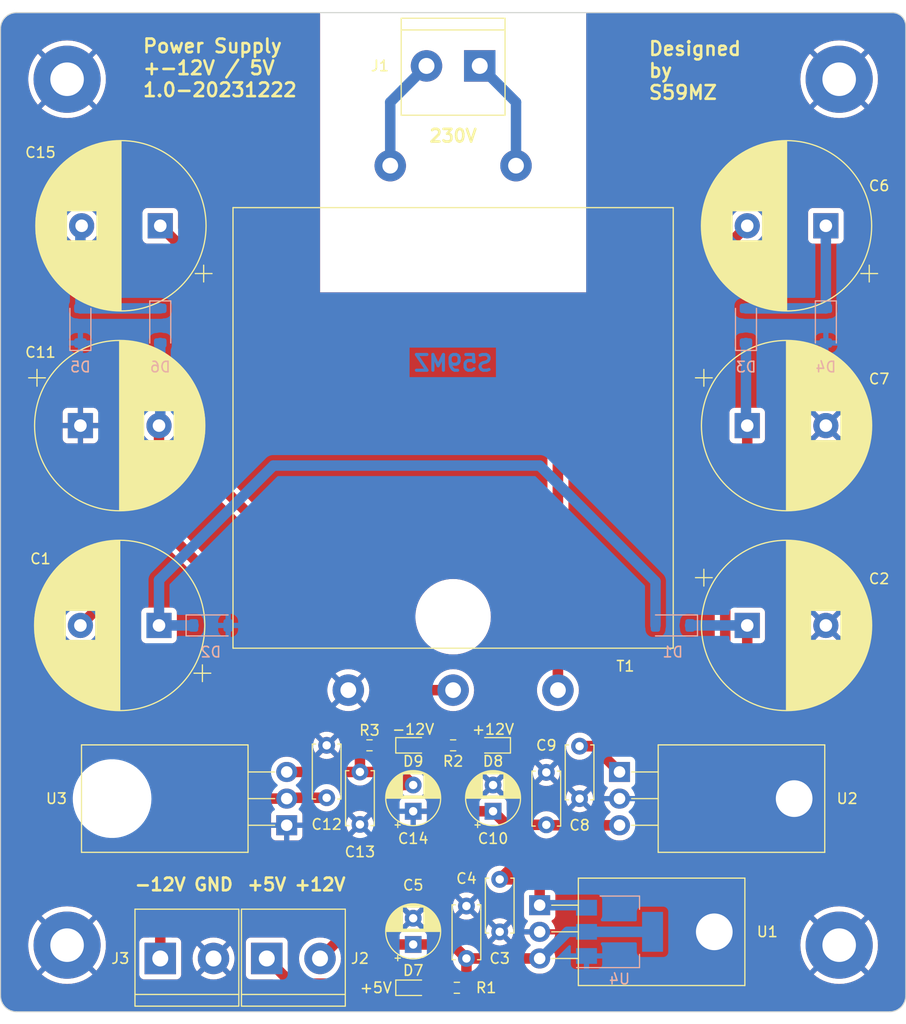
<source format=kicad_pcb>
(kicad_pcb (version 20221018) (generator pcbnew)
  (title_block (title "Simple Power Supply") (date "2023-12-21") (rev "1.0") (company "S59MZ"))
  (layers (0 "F.Cu" signal) (31 "B.Cu" signal) (34 "B.Paste" user) (35 "F.Paste" user) (36 "B.SilkS" user "B.Silkscreen") (37 "F.SilkS" user "F.Silkscreen") (38 "B.Mask" user) (39 "F.Mask" user) (44 "Edge.Cuts" user))
  (net 0 "")
  (net 1 "Net-(D1-A)")
  (net 2 "Net-(T1-SC)")
  (net 3 "Net-(D1-K)")
  (net 4 "GND")
  (net 5 "+5V")
  (net 6 "Net-(D3-A)")
  (net 7 "Net-(T1-SB)")
  (net 8 "Net-(D3-K)")
  (net 9 "+12V")
  (net 10 "Net-(D6-A)")
  (net 11 "-12V")
  (net 12 "Net-(D5-A)")
  (net 13 "Net-(J1-Pin_1)")
  (net 14 "Net-(J1-Pin_2)")
  (net 15 "Net-(D7-A)")
  (net 16 "Net-(D8-A)")
  (net 17 "Net-(D9-K)")
  (footprint "MountingHole:MountingHole_3.2mm_M3_Pad" (layer "F.Cu") (at 77.47 118.11)
    (fp_text reference "H3" hide)
    (fp_text value "M3")
    (pad "1" thru_hole circle (at 0 0) (size 6.4 6.4) (drill 3.2) (layers "*.Cu" "*.Mask") (net 4 "GND"))
  )
  (footprint "Capacitor_THT:C_Disc_D5.0mm_W2.5mm_P5.00mm" (layer "F.Cu") (at 102.235 99.06 -90)
    (fp_text reference "C12" (at 7.54 0) (layer "F.SilkS"))
    (fp_text value "330n")
    (pad "1" thru_hole circle (at 0 0 270) (size 1.6 1.6) (drill 0.8) (layers "*.Cu" "*.Mask") (net 4 "GND"))
    (pad "2" thru_hole circle (at 5 0 270) (size 1.6 1.6) (drill 0.8) (layers "*.Cu" "*.Mask") (net 10 "Net-(D6-A)"))
  )
  (footprint "MountingHole:MountingHole_3.2mm_M3_Pad" (layer "F.Cu") (at 151.13 118.11)
    (fp_text reference "H4" hide)
    (fp_text value "M3")
    (pad "1" thru_hole circle (at 0 0) (size 6.4 6.4) (drill 3.2) (layers "*.Cu" "*.Mask") (net 4 "GND"))
  )
  (footprint "Capacitor_THT:C_Disc_D5.0mm_W2.5mm_P5.00mm" (layer "F.Cu") (at 118.745 111.84 -90)
    (fp_text reference "C3" (at 7.54 0) (layer "F.SilkS"))
    (fp_text value "330n")
    (pad "1" thru_hole circle (at 0 0 270) (size 1.6 1.6) (drill 0.8) (layers "*.Cu" "*.Mask") (net 3 "Net-(D1-K)"))
    (pad "2" thru_hole circle (at 5 0 270) (size 1.6 1.6) (drill 0.8) (layers "*.Cu" "*.Mask") (net 4 "GND"))
  )
  (footprint "MountingHole:MountingHole_3.2mm_M3_Pad" (layer "F.Cu") (at 151.13 35.56)
    (fp_text reference "H2" hide)
    (fp_text value "M3")
    (pad "1" thru_hole circle (at 0 0) (size 6.4 6.4) (drill 3.2) (layers "*.Cu" "*.Mask") (net 4 "GND"))
  )
  (footprint "Capacitor_THT:C_Disc_D5.0mm_W2.5mm_P5.00mm" (layer "F.Cu") (at 123.19 106.64 90)
    (fp_text reference "C9" (at 7.58 0) (layer "F.SilkS"))
    (fp_text value "100n")
    (pad "1" thru_hole circle (at 0 0 90) (size 1.6 1.6) (drill 0.8) (layers "*.Cu" "*.Mask") (net 9 "+12V"))
    (pad "2" thru_hole circle (at 5 0 90) (size 1.6 1.6) (drill 0.8) (layers "*.Cu" "*.Mask") (net 4 "GND"))
  )
  (footprint "Library:CP_Radial_D16.0mm_P7.50mm" (layer "F.Cu") (at 142.36 87.63)
    (fp_text reference "C2" (at 12.58 -4.445) (layer "F.SilkS"))
    (fp_text value "3300u")
    (pad "1" thru_hole rect (at 0 0) (size 2.4 2.4) (drill 1.2) (layers "*.Cu" "*.Mask") (net 3 "Net-(D1-K)"))
    (pad "2" thru_hole circle (at 7.5 0) (size 2.4 2.4) (drill 1.2) (layers "*.Cu" "*.Mask") (net 4 "GND"))
  )
  (footprint "Resistor_SMD:R_0603_1608Metric_Pad0.98x0.95mm_HandSolder" (layer "F.Cu") (at 114.3 99.06)
    (fp_text reference "R2" (at 0 1.524) (layer "F.SilkS"))
    (fp_text value "10k")
    (pad "1" smd roundrect (at -0.9125 0) (size 0.975 0.95) (layers "F.Cu" "F.Paste" "F.Mask") (net 9 "+12V"))
    (pad "2" smd roundrect (at 0.9125 0) (size 0.975 0.95) (layers "F.Cu" "F.Paste" "F.Mask") (net 16 "Net-(D8-A)"))
  )
  (footprint "Library:TO-220-3_Horizontal_TabGND" (layer "F.Cu") (at 130.175 101.6 -90)
    (fp_text reference "U2" (at 2.54 -21.717 -180) (layer "F.SilkS"))
    (fp_text value "L7812")
    (pad "1" thru_hole rect (at 0 0 270) (size 1.905 2) (drill 1.1) (layers "*.Cu" "*.Mask") (net 8 "Net-(D3-K)"))
    (pad "2" thru_hole circle (at 2.54 -16.66 270) (size 4.9 4.9) (drill 3.5) (layers "*.Cu" "*.Mask") (net 4 "GND"))
    (pad "2" thru_hole oval (at 2.54 0 270) (size 1.905 2) (drill 1.1) (layers "*.Cu" "*.Mask") (net 4 "GND"))
    (pad "3" thru_hole oval (at 5.08 0 270) (size 1.905 2) (drill 1.1) (layers "*.Cu" "*.Mask") (net 9 "+12V"))
  )
  (footprint "LED_SMD:LED_0603_1608Metric_Pad1.05x0.95mm_HandSolder" (layer "F.Cu") (at 118.11 99.06 180)
    (fp_text reference "D8" (at 0 -1.524) (layer "F.SilkS"))
    (fp_text value "Red")
    (pad "1" smd roundrect (at -0.875 0 180) (size 1.05 0.95) (layers "F.Cu" "F.Paste" "F.Mask") (net 4 "GND"))
    (pad "2" smd roundrect (at 0.875 0 180) (size 1.05 0.95) (layers "F.Cu" "F.Paste" "F.Mask") (net 16 "Net-(D8-A)"))
  )
  (footprint "Library:TerminalBlock_bornier-2_P5.08mm" (layer "F.Cu") (at 86.36 119.38)
    (fp_text reference "J3" (at -3.81 0) (layer "F.SilkS"))
    (fp_text value "Out-")
    (pad "1" thru_hole rect (at 0 0) (size 3 3) (drill 1.52) (layers "*.Cu" "*.Mask") (net 11 "-12V"))
    (pad "2" thru_hole circle (at 5.08 0) (size 3 3) (drill 1.52) (layers "*.Cu" "*.Mask") (net 4 "GND"))
  )
  (footprint "Capacitor_THT:C_Disc_D5.0mm_W2.5mm_P5.00mm" (layer "F.Cu") (at 105.41 106.6 90)
    (fp_text reference "C13" (at -2.62 0) (layer "F.SilkS"))
    (fp_text value "100n")
    (pad "1" thru_hole circle (at 0 0 90) (size 1.6 1.6) (drill 0.8) (layers "*.Cu" "*.Mask") (net 4 "GND"))
    (pad "2" thru_hole circle (at 5 0 90) (size 1.6 1.6) (drill 0.8) (layers "*.Cu" "*.Mask") (net 11 "-12V"))
  )
  (footprint "Library:TerminalBlock_bornier-2_P5.08mm" (layer "F.Cu") (at 96.52 119.38)
    (fp_text reference "J2" (at 8.89 0) (layer "F.SilkS"))
    (fp_text value "Out+")
    (pad "1" thru_hole rect (at 0 0) (size 3 3) (drill 1.52) (layers "*.Cu" "*.Mask") (net 5 "+5V"))
    (pad "2" thru_hole circle (at 5.08 0) (size 3 3) (drill 1.52) (layers "*.Cu" "*.Mask") (net 9 "+12V"))
  )
  (footprint "Library:TerminalBlock_bornier-2_P5.08mm" (layer "F.Cu") (at 116.84 34.29 180)
    (fp_text reference "J1" (at 9.525 0) (layer "F.SilkS"))
    (fp_text value "230V")
    (pad "1" thru_hole rect (at 0 0 180) (size 3 3) (drill 1.52) (layers "*.Cu" "*.Mask") (net 13 "Net-(J1-Pin_1)"))
    (pad "2" thru_hole circle (at 5.08 0 180) (size 3 3) (drill 1.52) (layers "*.Cu" "*.Mask") (net 14 "Net-(J1-Pin_2)"))
  )
  (footprint "Resistor_SMD:R_0603_1608Metric_Pad0.98x0.95mm_HandSolder" (layer "F.Cu") (at 114.6575 122.174 180)
    (fp_text reference "R1" (at -2.794 0) (layer "F.SilkS"))
    (fp_text value "3k3")
    (pad "1" smd roundrect (at -0.9125 0 180) (size 0.975 0.95) (layers "F.Cu" "F.Paste" "F.Mask") (net 5 "+5V"))
    (pad "2" smd roundrect (at 0.9125 0 180) (size 0.975 0.95) (layers "F.Cu" "F.Paste" "F.Mask") (net 15 "Net-(D7-A)"))
  )
  (footprint "Capacitor_THT:C_Disc_D5.0mm_W2.5mm_P5.00mm" (layer "F.Cu") (at 126.365 99.14 -90)
    (fp_text reference "C8" (at 7.54 0) (layer "F.SilkS"))
    (fp_text value "330n")
    (pad "1" thru_hole circle (at 0 0 270) (size 1.6 1.6) (drill 0.8) (layers "*.Cu" "*.Mask") (net 8 "Net-(D3-K)"))
    (pad "2" thru_hole circle (at 5 0 270) (size 1.6 1.6) (drill 0.8) (layers "*.Cu" "*.Mask") (net 4 "GND"))
  )
  (footprint "MountingHole:MountingHole_3.2mm_M3_Pad" (layer "F.Cu") (at 77.47 35.56)
    (fp_text reference "H1" hide)
    (fp_text value "M3")
    (pad "1" thru_hole circle (at 0 0) (size 6.4 6.4) (drill 3.2) (layers "*.Cu" "*.Mask") (net 4 "GND"))
  )
  (footprint "Library:TO-220-3_Horizontal_TabGND" (layer "F.Cu") (at 122.555 114.3 -90)
    (fp_text reference "U1" (at 2.54 -21.717) (layer "F.SilkS"))
    (fp_text value "L7805")
    (pad "1" thru_hole rect (at 0 0 270) (size 1.905 2) (drill 1.1) (layers "*.Cu" "*.Mask") (net 3 "Net-(D1-K)"))
    (pad "2" thru_hole circle (at 2.54 -16.66 270) (size 4.9 4.9) (drill 3.5) (layers "*.Cu" "*.Mask") (net 4 "GND"))
    (pad "2" thru_hole oval (at 2.54 0 270) (size 1.905 2) (drill 1.1) (layers "*.Cu" "*.Mask") (net 4 "GND"))
    (pad "3" thru_hole oval (at 5.08 0 270) (size 1.905 2) (drill 1.1) (layers "*.Cu" "*.Mask") (net 5 "+5V"))
  )
  (footprint "LED_SMD:LED_0603_1608Metric_Pad1.05x0.95mm_HandSolder" (layer "F.Cu") (at 110.49 122.174)
    (fp_text reference "D7" (at 0 -1.651) (layer "F.SilkS"))
    (fp_text value "Yellow")
    (pad "1" smd roundrect (at -0.875 0) (size 1.05 0.95) (layers "F.Cu" "F.Paste" "F.Mask") (net 4 "GND"))
    (pad "2" smd roundrect (at 0.875 0) (size 1.05 0.95) (layers "F.Cu" "F.Paste" "F.Mask") (net 15 "Net-(D7-A)"))
  )
  (footprint "Capacitor_THT:C_Disc_D5.0mm_W2.5mm_P5.00mm" (layer "F.Cu") (at 115.57 119.38 90)
    (fp_text reference "C4" (at 7.62 0) (layer "F.SilkS"))
    (fp_text value "100n")
    (pad "1" thru_hole circle (at 0 0 90) (size 1.6 1.6) (drill 0.8) (layers "*.Cu" "*.Mask") (net 5 "+5V"))
    (pad "2" thru_hole circle (at 5 0 90) (size 1.6 1.6) (drill 0.8) (layers "*.Cu" "*.Mask") (net 4 "GND"))
  )
  (footprint "Capacitor_THT:CP_Radial_D5.0mm_P2.50mm" (layer "F.Cu") (at 110.49 105.345112 90)
    (fp_text reference "C14" (at -2.604888 0) (layer "F.SilkS"))
    (fp_text value "47u")
    (pad "1" thru_hole rect (at 0 0 90) (size 1.6 1.6) (drill 0.8) (layers "*.Cu" "*.Mask") (net 4 "GND"))
    (pad "2" thru_hole circle (at 2.5 0 90) (size 1.6 1.6) (drill 0.8) (layers "*.Cu" "*.Mask") (net 11 "-12V"))
  )
  (footprint "Library:TO-220-3_Horizontal_TabDown" (layer "F.Cu") (at 98.425 106.68 90)
    (fp_text reference "U3" (at 2.54 -21.971) (layer "F.SilkS"))
    (fp_text value "L7912")
    (pad "" np_thru_hole oval (at 2.54 -16.66 90) (size 3.5 3.5) (drill 3.5) (layers "F&B.Cu" "*.Mask") (clearance 2))
    (pad "1" thru_hole rect (at 0 0 90) (size 1.905 2) (drill 1.1) (layers "*.Cu" "*.Mask") (net 4 "GND"))
    (pad "2" thru_hole oval (at 2.54 0 90) (size 1.905 2) (drill 1.1) (layers "*.Cu" "*.Mask") (net 10 "Net-(D6-A)"))
    (pad "3" thru_hole oval (at 5.08 0 90) (size 1.905 2) (drill 1.1) (layers "*.Cu" "*.Mask") (net 11 "-12V"))
  )
  (footprint "LED_SMD:LED_0603_1608Metric_Pad1.05x0.95mm_HandSolder" (layer "F.Cu") (at 110.49 99.06)
    (fp_text reference "D9" (at 0 1.524) (layer "F.SilkS"))
    (fp_text value "Blue")
    (pad "1" smd roundrect (at -0.875 0) (size 1.05 0.95) (layers "F.Cu" "F.Paste" "F.Mask") (net 17 "Net-(D9-K)"))
    (pad "2" smd roundrect (at 0.875 0) (size 1.05 0.95) (layers "F.Cu" "F.Paste" "F.Mask") (net 4 "GND"))
  )
  (footprint "Capacitor_THT:CP_Radial_D5.0mm_P2.50mm" (layer "F.Cu") (at 110.49 118.045113 90)
    (fp_text reference "C5" (at 5.650113 0) (layer "F.SilkS"))
    (fp_text value "47u")
    (pad "1" thru_hole rect (at 0 0 90) (size 1.6 1.6) (drill 0.8) (layers "*.Cu" "*.Mask") (net 5 "+5V"))
    (pad "2" thru_hole circle (at 2.5 0 90) (size 1.6 1.6) (drill 0.8) (layers "*.Cu" "*.Mask") (net 4 "GND"))
  )
  (footprint "Library:CP_Radial_D16.0mm_P7.50mm" (layer "F.Cu") (at 78.74 68.58)
    (fp_text reference "C11" (at -3.81 -6.985) (layer "F.SilkS"))
    (fp_text value "3300u")
    (pad "1" thru_hole rect (at 0 0) (size 2.4 2.4) (drill 1.2) (layers "*.Cu" "*.Mask") (net 4 "GND"))
    (pad "2" thru_hole circle (at 7.5 0) (size 2.4 2.4) (drill 1.2) (layers "*.Cu" "*.Mask") (net 10 "Net-(D6-A)"))
  )
  (footprint "Library:Transformer_43x43" (layer "F.Cu") (at 114.3 50.8 180)
    (fp_text reference "T1" (at -16.4338 -40.7162) (layer "F.SilkS"))
    (fp_text value "230V/3V/5V")
    (pad "" np_thru_hole circle (at 0 -36 180) (size 3.2 3.2) (drill 3.2) (layers "F&B.Cu" "*.Mask") (clearance 2))
    (pad "" np_thru_hole circle (at 0 0 180) (size 3.2 3.2) (drill 3.2) (layers "F&B.Cu" "*.Mask") (clearance 2))
    (pad "1" thru_hole circle (at -6 7 180) (size 3 3) (drill 1.5) (layers "*.Cu" "*.Mask") (net 13 "Net-(J1-Pin_1)"))
    (pad "2" thru_hole circle (at 6 7 180) (size 3 3) (drill 1.5) (layers "*.Cu" "*.Mask") (net 14 "Net-(J1-Pin_2)"))
    (pad "3" thru_hole circle (at 10 -43 180) (size 3 3) (drill 1.5) (layers "*.Cu" "*.Mask") (net 4 "GND"))
    (pad "4" thru_hole circle (at 0 -43 180) (size 3 3) (drill 1.5) (layers "*.Cu" "*.Mask") (net 2 "Net-(T1-SC)"))
    (pad "5" thru_hole circle (at -10 -43 180) (size 3 3) (drill 1.5) (layers "*.Cu" "*.Mask") (net 7 "Net-(T1-SB)"))
  )
  (footprint "Library:CP_Radial_D16.0mm_P7.50mm" (layer "F.Cu") (at 86.36 49.53 180)
    (fp_text reference "C15" (at 11.43 6.985) (layer "F.SilkS"))
    (fp_text value "3300u")
    (pad "1" thru_hole rect (at 0 0 180) (size 2.4 2.4) (drill 1.2) (layers "*.Cu" "*.Mask") (net 7 "Net-(T1-SB)"))
    (pad "2" thru_hole circle (at 7.5 0 180) (size 2.4 2.4) (drill 1.2) (layers "*.Cu" "*.Mask") (net 12 "Net-(D5-A)"))
  )
  (footprint "Capacitor_THT:CP_Radial_D5.0mm_P2.50mm" (layer "F.Cu") (at 118.11 105.345113 90)
    (fp_text reference "C10" (at -2.604887 0) (layer "F.SilkS"))
    (fp_text value "47u")
    (pad "1" thru_hole rect (at 0 0 90) (size 1.6 1.6) (drill 0.8) (layers "*.Cu" "*.Mask") (net 9 "+12V"))
    (pad "2" thru_hole circle (at 2.5 0 90) (size 1.6 1.6) (drill 0.8) (layers "*.Cu" "*.Mask") (net 4 "GND"))
  )
  (footprint "Resistor_SMD:R_0603_1608Metric_Pad0.98x0.95mm_HandSolder" (layer "F.Cu") (at 106.3225 99.06)
    (fp_text reference "R3" (at 0 -1.43) (layer "F.SilkS"))
    (fp_text value "10k")
    (pad "1" smd roundrect (at -0.9125 0) (size 0.975 0.95) (layers "F.Cu" "F.Paste" "F.Mask") (net 11 "-12V"))
    (pad "2" smd roundrect (at 0.9125 0) (size 0.975 0.95) (layers "F.Cu" "F.Paste" "F.Mask") (net 17 "Net-(D9-K)"))
  )
  (footprint "Library:CP_Radial_D16.0mm_P7.50mm" (layer "F.Cu") (at 86.24 87.63 180)
    (fp_text reference "C1" (at 11.31 6.35) (layer "F.SilkS"))
    (fp_text value "3300u")
    (pad "1" thru_hole rect (at 0 0 180) (size 2.4 2.4) (drill 1.2) (layers "*.Cu" "*.Mask") (net 1 "Net-(D1-A)"))
    (pad "2" thru_hole circle (at 7.5 0 180) (size 2.4 2.4) (drill 1.2) (layers "*.Cu" "*.Mask") (net 2 "Net-(T1-SC)"))
  )
  (footprint "Library:CP_Radial_D16.0mm_P7.50mm" (layer "F.Cu") (at 142.36 68.58)
    (fp_text reference "C7" (at 12.58 -4.445) (layer "F.SilkS"))
    (fp_text value "3300u")
    (pad "1" thru_hole rect (at 0 0) (size 2.4 2.4) (drill 1.2) (layers "*.Cu" "*.Mask") (net 8 "Net-(D3-K)"))
    (pad "2" thru_hole circle (at 7.5 0) (size 2.4 2.4) (drill 1.2) (layers "*.Cu" "*.Mask") (net 4 "GND"))
  )
  (footprint "Library:CP_Radial_D16.0mm_P7.50mm" (layer "F.Cu") (at 149.86 49.53 180)
    (fp_text reference "C6" (at -5.08 3.81) (layer "F.SilkS"))
    (fp_text value "3300u")
    (pad "1" thru_hole rect (at 0 0 180) (size 2.4 2.4) (drill 1.2) (layers "*.Cu" "*.Mask") (net 6 "Net-(D3-A)"))
    (pad "2" thru_hole circle (at 7.5 0 180) (size 2.4 2.4) (drill 1.2) (layers "*.Cu" "*.Mask") (net 7 "Net-(T1-SB)"))
  )
  (footprint "Diode_SMD:D_SOD-123" (layer "B.Cu") (at 86.36 59.055 -90)
    (fp_text reference "D6" (at 3.937 0) (layer "B.SilkS") (effects (justify mirror)))
    (fp_text value "1N5819WS")
    (pad "1" smd roundrect (at -1.65 0 270) (size 0.9 1.2) (layers "B.Cu" "B.Paste" "B.Mask") (net 12 "Net-(D5-A)"))
    (pad "2" smd roundrect (at 1.65 0 270) (size 0.9 1.2) (layers "B.Cu" "B.Paste" "B.Mask") (net 10 "Net-(D6-A)"))
  )
  (footprint "Diode_SMD:D_SOD-123" (layer "B.Cu") (at 142.24 59.055 90)
    (fp_text reference "D3" (at -3.937 0) (layer "B.SilkS") (effects (justify mirror)))
    (fp_text value "1N5819WS")
    (pad "1" smd roundrect (at -1.65 0 90) (size 0.9 1.2) (layers "B.Cu" "B.Paste" "B.Mask") (net 8 "Net-(D3-K)"))
    (pad "2" smd roundrect (at 1.65 0 90) (size 0.9 1.2) (layers "B.Cu" "B.Paste" "B.Mask") (net 6 "Net-(D3-A)"))
  )
  (footprint "Diode_SMD:D_SOD-123" (layer "B.Cu") (at 135.255 87.63 180)
    (fp_text reference "D1" (at 0 -2.54) (layer "B.SilkS") (effects (justify mirror)))
    (fp_text value "1N5819WS")
    (pad "1" smd roundrect (at -1.65 0 180) (size 0.9 1.2) (layers "B.Cu" "B.Paste" "B.Mask") (net 3 "Net-(D1-K)"))
    (pad "2" smd roundrect (at 1.65 0 180) (size 0.9 1.2) (layers "B.Cu" "B.Paste" "B.Mask") (net 1 "Net-(D1-A)"))
  )
  (footprint "Diode_SMD:D_SOD-123" (layer "B.Cu") (at 91.185 87.63)
    (fp_text reference "D2" (at 0 2.54) (layer "B.SilkS") (effects (justify mirror)))
    (fp_text value "1N5819WS")
    (pad "1" smd roundrect (at -1.65 0) (size 0.9 1.2) (layers "B.Cu" "B.Paste" "B.Mask") (net 1 "Net-(D1-A)"))
    (pad "2" smd roundrect (at 1.65 0) (size 0.9 1.2) (layers "B.Cu" "B.Paste" "B.Mask") (net 4 "GND"))
  )
  (footprint "Diode_SMD:D_SOD-123" (layer "B.Cu") (at 78.74 59.055 90)
    (fp_text reference "D5" (at -3.937 0 180) (layer "B.SilkS") (effects (justify mirror)))
    (fp_text value "1N5819WS")
    (pad "1" smd roundrect (at -1.65 0 90) (size 0.9 1.2) (layers "B.Cu" "B.Paste" "B.Mask") (net 4 "GND"))
    (pad "2" smd roundrect (at 1.65 0 90) (size 0.9 1.2) (layers "B.Cu" "B.Paste" "B.Mask") (net 12 "Net-(D5-A)"))
  )
  (footprint "Package_TO_SOT_SMD:SOT-223-3_TabPin2" (layer "B.Cu") (at 130.175 116.84)
    (fp_text reference "U4" (at 0 4.5) (layer "B.SilkS") (effects (justify mirror)))
    (fp_text value "AMS1117-3.3")
    (pad "1" smd rect (at -3.15 2.3) (size 2 1.5) (layers "B.Cu" "B.Paste" "B.Mask") (net 4 "GND"))
    (pad "2" smd rect (at -3.15 0) (size 2 1.5) (layers "B.Cu" "B.Paste" "B.Mask") (net 5 "+5V"))
    (pad "2" smd rect (at 3.15 0) (size 2 3.8) (layers "B.Cu" "B.Paste" "B.Mask") (net 5 "+5V"))
    (pad "3" smd rect (at -3.15 -2.3) (size 2 1.5) (layers "B.Cu" "B.Paste" "B.Mask") (net 3 "Net-(D1-K)"))
  )
  (footprint "Diode_SMD:D_SOD-123" (layer "B.Cu") (at 149.86 59.055 -90)
    (fp_text reference "D4" (at 3.937 0) (layer "B.SilkS") (effects (justify mirror)))
    (fp_text value "1N5819WS")
    (pad "1" smd roundrect (at -1.65 0 270) (size 0.9 1.2) (layers "B.Cu" "B.Paste" "B.Mask") (net 6 "Net-(D3-A)"))
    (pad "2" smd roundrect (at 1.65 0 270) (size 0.9 1.2) (layers "B.Cu" "B.Paste" "B.Mask") (net 4 "GND"))
  )
  (gr_line (start 157.48 30.48) (end 157.48 122.936) (stroke (width 0.1)) (layer "Edge.Cuts"))
  (gr_line (start 72.644 29.21) (end 156.21 29.21) (stroke (width 0.1)) (layer "Edge.Cuts"))
  (gr_line (start 71.12 122.936) (end 71.12 30.734) (stroke (width 0.1)) (layer "Edge.Cuts"))
  (gr_arc (start 71.12 30.734) (mid 71.566369 29.656369) (end 72.644 29.21) (stroke (width 0.1)) (layer "Edge.Cuts"))
  (gr_arc (start 157.48 122.936) (mid 157.033631 124.013631) (end 155.956 124.46) (stroke (width 0.1)) (layer "Edge.Cuts"))
  (gr_line (start 155.956 124.46) (end 72.644 124.46) (stroke (width 0.1)) (layer "Edge.Cuts"))
  (gr_arc (start 156.21 29.21) (mid 157.108026 29.581974) (end 157.48 30.48) (stroke (width 0.1)) (layer "Edge.Cuts"))
  (gr_arc (start 72.644 124.46) (mid 71.566369 124.013631) (end 71.12 122.936) (stroke (width 0.1)) (layer "Edge.Cuts"))
  (gr_text "S59MZ" (at 114.3 63.5) (layer "B.Cu") (effects (font (size 1.5 1.5) (thickness 0.3) bold) (justify bottom mirror)))
  (gr_text "+12V" (at 118.11 97.536) (layer "F.SilkS") (effects (font (size 1 1))))
  (gr_text "+5V" (at 106.934 122.174) (layer "F.SilkS") (effects (font (size 1 1))))
  (gr_text "GND" (at 91.44 113.03) (layer "F.SilkS") (effects (font (size 1.2 1.2) (thickness 0.25) bold) (justify bottom)))
  (gr_text "-12V" (at 110.49 97.536) (layer "F.SilkS") (effects (font (size 1 1))))
  (gr_text "-12V" (at 86.36 113.03) (layer "F.SilkS") (effects (font (size 1.2 1.2) (thickness 0.25) bold) (justify bottom)))
  (gr_text "Power Supply\n+-12V / 5V\n1.0-20231222" (at 84.582 37.338) (layer "F.SilkS") (effects (font (size 1.3 1.3) (thickness 0.25) bold) (justify left bottom)))
  (gr_text "230V" (at 114.3 41.656) (layer "F.SilkS") (effects (font (size 1.2 1.2) (thickness 0.25) bold) (justify bottom)))
  (gr_text "+5V" (at 96.52 113.03) (layer "F.SilkS") (effects (font (size 1.2 1.2) (thickness 0.25) bold) (justify bottom)))
  (gr_text "+12V" (at 101.6 113.03) (layer "F.SilkS") (effects (font (size 1.2 1.2) (thickness 0.25) bold) (justify bottom)))
  (gr_text "Designed\nby\nS59MZ" (at 132.842 37.592) (layer "F.SilkS") (effects (font (size 1.3 1.3) (thickness 0.25) bold) (justify left bottom)))
  (segment (start 122.555 72.39) (end 97.155 72.39) (width 1) (layer "B.Cu") (net 1))
  (segment (start 133.605 87.63) (end 133.605 83.44) (width 1) (layer "B.Cu") (net 1))
  (segment (start 86.24 83.305) (end 86.24 87.63) (width 1) (layer "B.Cu") (net 1))
  (segment (start 97.155 72.39) (end 86.24 83.305) (width 1) (layer "B.Cu") (net 1))
  (segment (start 133.605 83.44) (end 122.555 72.39) (width 1) (layer "B.Cu") (net 1))
  (segment (start 89.535 87.63) (end 86.24 87.63) (width 1) (layer "B.Cu") (net 1))
  (segment (start 90.17 68.58) (end 90.17 72.39) (width 1) (layer "F.Cu") (net 2))
  (segment (start 88.07 66.48) (end 90.17 68.58) (width 1) (layer "F.Cu") (net 2))
  (segment (start 82.55 83.82) (end 82.55 68.58) (width 1) (layer "F.Cu") (net 2))
  (segment (start 90.17 72.39) (end 111.58 93.8) (width 1) (layer "F.Cu") (net 2))
  (segment (start 111.58 93.8) (end 114.3 93.8) (width 1) (layer "F.Cu") (net 2))
  (segment (start 84.65 66.48) (end 88.07 66.48) (width 1) (layer "F.Cu") (net 2))
  (segment (start 82.55 68.58) (end 84.65 66.48) (width 1) (layer "F.Cu") (net 2))
  (segment (start 78.74 87.63) (end 82.55 83.82) (width 1) (layer "F.Cu") (net 2))
  (segment (start 118.745 111.84) (end 120.73 109.855) (width 1) (layer "F.Cu") (net 3))
  (segment (start 122.555 112.395) (end 122 111.84) (width 1) (layer "F.Cu") (net 3))
  (segment (start 132.334 108.458) (end 132.334 98.606892) (width 1) (layer "F.Cu") (net 3))
  (segment (start 122.555 114.3) (end 122.555 112.395) (width 1) (layer "F.Cu") (net 3))
  (segment (start 120.73 109.855) (end 130.937 109.855) (width 1) (layer "F.Cu") (net 3))
  (segment (start 133.142892 97.798) (end 136.591898 97.798) (width 1) (layer "F.Cu") (net 3))
  (segment (start 130.937 109.855) (end 132.334 108.458) (width 1) (layer "F.Cu") (net 3))
  (segment (start 136.591898 97.798) (end 142.36 92.029898) (width 1) (layer "F.Cu") (net 3))
  (segment (start 132.334 98.606892) (end 133.142892 97.798) (width 1) (layer "F.Cu") (net 3))
  (segment (start 122 111.84) (end 118.745 111.84) (width 1) (layer "F.Cu") (net 3))
  (segment (start 142.36 92.029898) (end 142.36 87.63) (width 1) (layer "F.Cu") (net 3))
  (segment (start 122.555 114.3) (end 126.785 114.3) (width 1) (layer "B.Cu") (net 3))
  (segment (start 136.905 87.63) (end 142.36 87.63) (width 1) (layer "B.Cu") (net 3))
  (segment (start 126.785 114.3) (end 127.025 114.54) (width 1) (layer "B.Cu") (net 3))
  (segment (start 115.57 122.174) (end 115.57 119.38) (width 1) (layer "F.Cu") (net 5))
  (segment (start 98.92 121.78) (end 104.28 121.78) (width 1) (layer "F.Cu") (net 5))
  (segment (start 96.52 119.38) (end 98.92 121.78) (width 1) (layer "F.Cu") (net 5))
  (segment (start 104.28 121.78) (end 108.014887 118.045113) (width 1) (layer "F.Cu") (net 5))
  (segment (start 115.57 119.38) (end 122.555 119.38) (width 1) (layer "F.Cu") (net 5))
  (segment (start 108.014887 118.045113) (end 110.49 118.045113) (width 1) (layer "F.Cu") (net 5))
  (segment (start 114.235113 118.045113) (end 115.57 119.38) (width 1) (layer "F.Cu") (net 5))
  (segment (start 110.49 118.045113) (end 114.235113 118.045113) (width 1) (layer "F.Cu") (net 5))
  (segment (start 122.682331 119.38) (end 122.555 119.38) (width 1) (layer "B.Cu") (net 5))
  (segment (start 127.025 116.84) (end 125.222331 116.84) (width 1) (layer "B.Cu") (net 5))
  (segment (start 133.325 116.84) (end 127.025 116.84) (width 1) (layer "B.Cu") (net 5))
  (segment (start 125.222331 116.84) (end 122.682331 119.38) (width 1) (layer "B.Cu") (net 5))
  (segment (start 149.86 57.405) (end 142.24 57.405) (width 1) (layer "B.Cu") (net 6))
  (segment (start 149.86 57.405) (end 149.86 49.53) (width 1) (layer "B.Cu") (net 6))
  (segment (start 124.3 93.8) (end 124.3 61.435) (width 1) (layer "F.Cu") (net 7))
  (segment (start 132.835 59.055) (end 142.36 49.53) (width 1) (layer "F.Cu") (net 7))
  (segment (start 124.3 93.8) (end 124.3 61.755) (width 1) (layer "F.Cu") (net 7))
  (segment (start 124.3 61.435) (end 121.92 59.055) (width 1) (layer "F.Cu") (net 7))
  (segment (start 121.92 59.055) (end 95.885 59.055) (width 1) (layer "F.Cu") (net 7))
  (segment (start 95.885 59.055) (end 86.36 49.53) (width 1) (layer "F.Cu") (net 7))
  (segment (start 127 59.055) (end 132.835 59.055) (width 1) (layer "F.Cu") (net 7))
  (segment (start 124.3 61.755) (end 127 59.055) (width 1) (layer "F.Cu") (net 7))
  (segment (start 140.26 75.005) (end 142.36 72.905) (width 1) (layer "F.Cu") (net 8))
  (segment (start 130.934 98.026994) (end 132.562994 96.398) (width 1) (layer "F.Cu") (net 8))
  (segment (start 126.365 99.14) (end 127.715 99.14) (width 1) (layer "F.Cu") (net 8))
  (segment (start 142.36 72.905) (end 142.36 68.58) (width 1) (layer "F.Cu") (net 8))
  (segment (start 127.715 99.14) (end 130.175 101.6) (width 1) (layer "F.Cu") (net 8))
  (segment (start 126.365 99.14) (end 130.934 99.14) (width 1) (layer "F.Cu") (net 8))
  (segment (start 132.562994 96.398) (end 136.012 96.398) (width 1) (layer "F.Cu") (net 8))
  (segment (start 130.934 99.14) (end 130.934 98.026994) (width 1) (layer "F.Cu") (net 8))
  (segment (start 136.012 96.398) (end 140.26 92.15) (width 1) (layer "F.Cu") (net 8))
  (segment (start 140.26 92.15) (end 140.26 75.005) (width 1) (layer "F.Cu") (net 8))
  (segment (start 142.24 60.705) (end 142.24 68.46) (width 1) (layer "B.Cu") (net 8))
  (segment (start 142.24 68.46) (end 142.36 68.58) (width 1) (layer "B.Cu") (net 8))
  (segment (start 115.634887 105.345113) (end 115.634887 103.823887) (width 1) (layer "F.Cu") (net 9))
  (segment (start 123.23 106.68) (end 123.19 106.64) (width 1) (layer "F.Cu") (net 9))
  (segment (start 101.6 119.38) (end 115.634887 105.345113) (width 1) (layer "F.Cu") (net 9))
  (segment (start 115.634887 105.345113) (end 118.11 105.345113) (width 1) (layer "F.Cu") (net 9))
  (segment (start 113.3875 101.5765) (end 113.3875 99.06) (width 1) (layer "F.Cu") (net 9))
  (segment (start 130.175 106.68) (end 123.23 106.68) (width 1) (layer "F.Cu") (net 9))
  (segment (start 115.634887 103.823887) (end 113.3875 101.5765) (width 1) (layer "F.Cu") (net 9))
  (segment (start 119.404887 106.64) (end 118.11 105.345113) (width 1) (layer "F.Cu") (net 9))
  (segment (start 123.19 106.64) (end 119.404887 106.64) (width 1) (layer "F.Cu") (net 9))
  (segment (start 96.425 104.14) (end 95.885 103.6) (width 1) (layer "F.Cu") (net 10))
  (segment (start 95.885 87.63) (end 86.24 77.985) (width 1) (layer "F.Cu") (net 10))
  (segment (start 95.885 103.6) (end 95.885 87.63) (width 1) (layer "F.Cu") (net 10))
  (segment (start 102.235 104.06) (end 98.505 104.06) (width 1) (layer "F.Cu") (net 10))
  (segment (start 98.505 104.06) (end 98.425 104.14) (width 1) (layer "F.Cu") (net 10))
  (segment (start 98.425 104.14) (end 96.425 104.14) (width 1) (layer "F.Cu") (net 10))
  (segment (start 86.24 77.985) (end 86.24 68.58) (width 1) (layer "F.Cu") (net 10))
  (segment (start 86.36 68.46) (end 86.24 68.58) (width 1) (layer "B.Cu") (net 10))
  (segment (start 86.36 60.705) (end 86.36 68.46) (width 1) (layer "B.Cu") (net 10))
  (segment (start 109.244888 101.6) (end 105.41 101.6) (width 1) (layer "F.Cu") (net 11))
  (segment (start 107.95 106.68) (end 100.965 113.665) (width 1) (layer "F.Cu") (net 11))
  (segment (start 109.35863 102.845112) (end 107.95 104.253742) (width 1) (layer "F.Cu") (net 11))
  (segment (start 87.63 113.665) (end 86.36 114.935) (width 1) (layer "F.Cu") (net 11))
  (segment (start 107.95 104.253742) (end 107.95 106.68) (width 1) (layer "F.Cu") (net 11))
  (segment (start 86.36 114.935) (end 86.36 119.38) (width 1) (layer "F.Cu") (net 11))
  (segment (start 110.49 102.845112) (end 109.244888 101.6) (width 1) (layer "F.Cu") (net 11))
  (segment (start 98.425 101.6) (end 105.41 101.6) (width 1) (layer "F.Cu") (net 11))
  (segment (start 100.965 113.665) (end 87.63 113.665) (width 1) (layer "F.Cu") (net 11))
  (segment (start 105.41 99.06) (end 105.41 101.6) (width 1) (layer "F.Cu") (net 11))
  (segment (start 110.49 102.845112) (end 109.35863 102.845112) (width 1) (layer "F.Cu") (net 11))
  (segment (start 78.74 57.405) (end 86.36 57.405) (width 1) (layer "B.Cu") (net 12))
  (segment (start 78.74 57.405) (end 78.74 49.65) (width 1) (layer "B.Cu") (net 12))
  (segment (start 78.74 49.65) (end 78.86 49.53) (width 1) (layer "B.Cu") (net 12))
  (segment (start 120.3 37.75) (end 116.84 34.29) (width 1) (layer "B.Cu") (net 13))
  (segment (start 120.3 43.8) (end 120.3 37.75) (width 1) (layer "B.Cu") (net 13))
  (segment (start 108.3 43.8) (end 108.3 37.75) (width 1) (layer "B.Cu") (net 14))
  (segment (start 108.3 37.75) (end 111.76 34.29) (width 1) (layer "B.Cu") (net 14))
  (segment (start 113.745 122.174) (end 111.365 122.174) (width 1) (layer "F.Cu") (net 15))
  (segment (start 115.2125 99.06) (end 117.235 99.06) (width 1) (layer "F.Cu") (net 16))
  (segment (start 107.235 99.06) (end 109.615 99.06) (width 1) (layer "F.Cu") (net 17))
  (zone (net 0) (net_name "") (layer "F.Cu") (connect_pads (clearance 0)) (min_thickness 0.25)
    (keepout (tracks not_allowed) (vias not_allowed) (pads allowed) (copperpour not_allowed) (footprints allowed))
    (fill (thermal_gap 0.5) (thermal_bridge_width 0.5))
    (polygon (pts (xy 77.216 98.298) (xy 77.216 109.982) (xy 94.742 109.982) (xy 94.742 98.298)))
  )
  (zone (net 0) (net_name "") (layers "F&B.Cu") (connect_pads (clearance 0)) (min_thickness 0.25)
    (keepout (tracks allowed) (vias not_allowed) (pads allowed) (copperpour not_allowed) (footprints allowed))
    (fill (thermal_gap 0.5) (thermal_bridge_width 0.5))
    (polygon (pts (xy 101.6 55.88) (xy 127 55.88) (xy 127 29.21) (xy 101.6 29.21)))
  )
  (zone (net 4) (net_name "GND") (layers "F&B.Cu") (connect_pads (clearance 0.5)) (min_thickness 0.25) (fill yes (thermal_gap 0.5) (thermal_bridge_width 0.5))
    (polygon (pts (xy 157.48 29.21) (xy 157.48 124.46) (xy 71.12 124.46) (xy 71.12 29.21)))
  )
)
</source>
